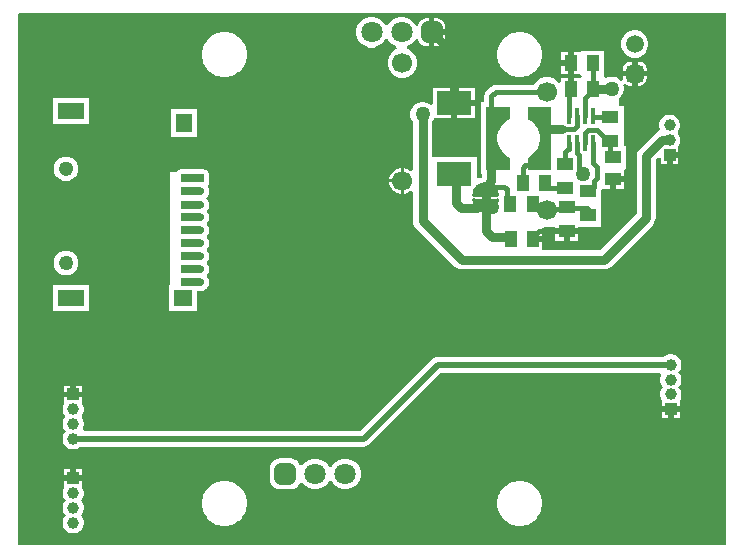
<source format=gbl>
G04*
G04 #@! TF.GenerationSoftware,Altium Limited,Altium Designer,24.6.1 (21)*
G04*
G04 Layer_Physical_Order=2*
G04 Layer_Color=16711680*
%FSLAX44Y44*%
%MOMM*%
G71*
G04*
G04 #@! TF.SameCoordinates,02D314D7-7A63-4881-827D-40A3AF57BF6D*
G04*
G04*
G04 #@! TF.FilePolarity,Positive*
G04*
G01*
G75*
%ADD11R,1.1000X1.4500*%
%ADD13R,3.0000X2.0000*%
%ADD18R,1.4500X1.1000*%
%ADD23C,0.5000*%
%ADD24C,0.8000*%
%ADD25C,0.4000*%
%ADD26C,1.7000*%
%ADD27C,1.8000*%
G04:AMPARAMS|DCode=28|XSize=1.8mm|YSize=1.8mm|CornerRadius=0.45mm|HoleSize=0mm|Usage=FLASHONLY|Rotation=0.000|XOffset=0mm|YOffset=0mm|HoleType=Round|Shape=RoundedRectangle|*
%AMROUNDEDRECTD28*
21,1,1.8000,0.9000,0,0,0.0*
21,1,0.9000,1.8000,0,0,0.0*
1,1,0.9000,0.4500,-0.4500*
1,1,0.9000,-0.4500,-0.4500*
1,1,0.9000,-0.4500,0.4500*
1,1,0.9000,0.4500,0.4500*
%
%ADD28ROUNDEDRECTD28*%
%ADD29C,1.5000*%
G04:AMPARAMS|DCode=30|XSize=1.5mm|YSize=1.5mm|CornerRadius=0.375mm|HoleSize=0mm|Usage=FLASHONLY|Rotation=270.000|XOffset=0mm|YOffset=0mm|HoleType=Round|Shape=RoundedRectangle|*
%AMROUNDEDRECTD30*
21,1,1.5000,0.7500,0,0,270.0*
21,1,0.7500,1.5000,0,0,270.0*
1,1,0.7500,-0.3750,-0.3750*
1,1,0.7500,-0.3750,0.3750*
1,1,0.7500,0.3750,0.3750*
1,1,0.7500,0.3750,-0.3750*
%
%ADD30ROUNDEDRECTD30*%
%ADD31C,1.0000*%
%ADD32R,1.0000X1.0000*%
%ADD33C,1.2700*%
%ADD34C,0.2540*%
%ADD35R,1.1000X1.3500*%
%ADD36R,1.3500X1.1000*%
%ADD37R,0.9000X5.3000*%
%ADD38R,0.3500X1.4500*%
%ADD39C,0.5000*%
%ADD40R,2.2000X1.4000*%
%ADD41R,1.4000X1.6000*%
%ADD42R,1.6000X1.4000*%
G36*
X600064Y63D02*
X95D01*
X95Y63D01*
X64Y448649D01*
X1478Y450064D01*
X600064D01*
Y63D01*
D02*
G37*
%LPC*%
G36*
X326712Y447000D02*
X323288D01*
X319982Y446114D01*
X317018Y444403D01*
X314597Y441982D01*
X313449Y439994D01*
X311151D01*
X310003Y441982D01*
X307582Y444403D01*
X304618Y446114D01*
X301311Y447000D01*
X297889D01*
X294582Y446114D01*
X291618Y444403D01*
X289197Y441982D01*
X287486Y439018D01*
X286600Y435712D01*
Y432289D01*
X287486Y428982D01*
X289197Y426018D01*
X291618Y423597D01*
X294582Y421886D01*
X297889Y421000D01*
X301311D01*
X304618Y421886D01*
X307582Y423597D01*
X310003Y426018D01*
X311151Y428007D01*
X313449D01*
X314597Y426018D01*
X317018Y423597D01*
X319982Y421886D01*
X320673Y421701D01*
X320833Y420067D01*
X320745Y419611D01*
X318020Y418037D01*
X315693Y415710D01*
X314047Y412860D01*
X313195Y409681D01*
Y406389D01*
X314047Y403210D01*
X315693Y400360D01*
X318020Y398033D01*
X320870Y396387D01*
X324049Y395535D01*
X327341D01*
X330520Y396387D01*
X333370Y398033D01*
X335697Y400360D01*
X337343Y403210D01*
X338195Y406389D01*
Y409681D01*
X337343Y412860D01*
X335697Y415710D01*
X333370Y418037D01*
X330520Y419683D01*
X330022Y419817D01*
X330018Y421878D01*
X330020Y421888D01*
X332982Y423597D01*
X335403Y426018D01*
X336899Y428610D01*
X338273Y428578D01*
X338952Y428342D01*
X339041Y427662D01*
X339751Y425950D01*
X340879Y424479D01*
X342350Y423351D01*
X344062Y422641D01*
X345900Y422399D01*
X347900D01*
Y434000D01*
Y445601D01*
X345900D01*
X344062Y445359D01*
X342350Y444649D01*
X340879Y443521D01*
X339751Y442050D01*
X339041Y440338D01*
X338952Y439658D01*
X338273Y439422D01*
X336899Y439390D01*
X335403Y441982D01*
X332982Y444403D01*
X330018Y446114D01*
X326712Y447000D01*
D02*
G37*
G36*
X354900Y445601D02*
X352900D01*
Y436500D01*
X362001D01*
Y438500D01*
X361759Y440338D01*
X361049Y442050D01*
X359921Y443521D01*
X358450Y444649D01*
X356738Y445359D01*
X354900Y445601D01*
D02*
G37*
G36*
X362001Y431500D02*
X352900D01*
Y422399D01*
X354900D01*
X356738Y422641D01*
X358450Y423351D01*
X359921Y424479D01*
X361049Y425950D01*
X361759Y427662D01*
X362001Y429500D01*
Y431500D01*
D02*
G37*
G36*
X524034Y435480D02*
X521006D01*
X518081Y434696D01*
X515459Y433182D01*
X513318Y431041D01*
X511804Y428419D01*
X511020Y425494D01*
Y422466D01*
X511804Y419541D01*
X513318Y416919D01*
X515459Y414778D01*
X518081Y413264D01*
X521006Y412480D01*
X524034D01*
X526959Y413264D01*
X529581Y414778D01*
X531722Y416919D01*
X533236Y419541D01*
X534020Y422466D01*
Y425494D01*
X533236Y428419D01*
X531722Y431041D01*
X529581Y433182D01*
X526959Y434696D01*
X524034Y435480D01*
D02*
G37*
G36*
X465782Y416960D02*
X460242D01*
Y410170D01*
X465782D01*
Y416960D01*
D02*
G37*
G36*
X526270Y409143D02*
X525020D01*
Y401480D01*
X532683D01*
Y402730D01*
X532195Y405184D01*
X530805Y407265D01*
X528724Y408655D01*
X526270Y409143D01*
D02*
G37*
G36*
X520020D02*
X518770D01*
X516316Y408655D01*
X514235Y407265D01*
X512845Y405184D01*
X512357Y402730D01*
Y401480D01*
X520020D01*
Y409143D01*
D02*
G37*
G36*
X465782Y405170D02*
X460242D01*
Y398380D01*
X465782D01*
Y405170D01*
D02*
G37*
G36*
X426541Y434142D02*
X423586D01*
X423192Y434063D01*
X422790D01*
X419893Y433487D01*
X419521Y433333D01*
X419127Y433255D01*
X416398Y432124D01*
X416064Y431901D01*
X415692Y431747D01*
X413236Y430106D01*
X412952Y429822D01*
X412618Y429599D01*
X410528Y427509D01*
X410305Y427175D01*
X410021Y426891D01*
X408380Y424435D01*
X408226Y424063D01*
X408003Y423729D01*
X406872Y421000D01*
X406794Y420606D01*
X406640Y420234D01*
X406063Y417337D01*
Y416935D01*
X405985Y416541D01*
Y413586D01*
X406063Y413192D01*
Y412790D01*
X406640Y409893D01*
X406794Y409521D01*
X406872Y409127D01*
X408003Y406398D01*
X408226Y406064D01*
X408380Y405692D01*
X410021Y403236D01*
X410305Y402952D01*
X410528Y402618D01*
X412618Y400528D01*
X412952Y400305D01*
X413236Y400021D01*
X415692Y398380D01*
X416064Y398226D01*
X416398Y398003D01*
X419127Y396872D01*
X419521Y396794D01*
X419893Y396640D01*
X422790Y396063D01*
X423192D01*
X423586Y395985D01*
X426541D01*
X426935Y396063D01*
X427337D01*
X430234Y396640D01*
X430606Y396794D01*
X430999Y396872D01*
X433729Y398003D01*
X434063Y398226D01*
X434434Y398380D01*
X436891Y400021D01*
X437175Y400305D01*
X437509Y400528D01*
X439599Y402618D01*
X439822Y402952D01*
X440106Y403236D01*
X441747Y405692D01*
X441901Y406064D01*
X442124Y406398D01*
X443255Y409127D01*
X443333Y409521D01*
X443487Y409893D01*
X444063Y412790D01*
Y413192D01*
X444142Y413586D01*
Y416541D01*
X444063Y416935D01*
Y417337D01*
X443487Y420234D01*
X443333Y420606D01*
X443255Y421000D01*
X442124Y423729D01*
X441901Y424063D01*
X441747Y424435D01*
X440106Y426891D01*
X439822Y427175D01*
X439599Y427509D01*
X437509Y429599D01*
X437175Y429822D01*
X436891Y430106D01*
X434434Y431747D01*
X434063Y431901D01*
X433729Y432124D01*
X430999Y433255D01*
X430606Y433333D01*
X430234Y433487D01*
X427337Y434063D01*
X426935D01*
X426541Y434142D01*
D02*
G37*
G36*
X176541D02*
X173586D01*
X173192Y434063D01*
X172790D01*
X169893Y433487D01*
X169521Y433333D01*
X169127Y433255D01*
X166398Y432124D01*
X166064Y431901D01*
X165693Y431747D01*
X163236Y430106D01*
X162952Y429822D01*
X162618Y429599D01*
X160528Y427509D01*
X160305Y427175D01*
X160021Y426891D01*
X158380Y424435D01*
X158226Y424063D01*
X158003Y423729D01*
X156872Y421000D01*
X156794Y420606D01*
X156640Y420234D01*
X156063Y417337D01*
Y416935D01*
X155985Y416541D01*
Y413586D01*
X156063Y413192D01*
Y412790D01*
X156640Y409893D01*
X156794Y409521D01*
X156872Y409127D01*
X158003Y406398D01*
X158226Y406064D01*
X158380Y405692D01*
X160021Y403236D01*
X160305Y402952D01*
X160528Y402618D01*
X162618Y400528D01*
X162952Y400305D01*
X163236Y400021D01*
X165693Y398380D01*
X166064Y398226D01*
X166398Y398003D01*
X169127Y396872D01*
X169521Y396794D01*
X169893Y396640D01*
X172791Y396063D01*
X173192D01*
X173586Y395985D01*
X176541D01*
X176935Y396063D01*
X177337D01*
X180235Y396640D01*
X180606Y396794D01*
X181000Y396872D01*
X183729Y398003D01*
X184063Y398226D01*
X184435Y398380D01*
X186891Y400021D01*
X187175Y400305D01*
X187509Y400528D01*
X189599Y402618D01*
X189822Y402952D01*
X190106Y403236D01*
X191747Y405692D01*
X191901Y406064D01*
X192124Y406398D01*
X193255Y409127D01*
X193333Y409521D01*
X193487Y409893D01*
X194063Y412790D01*
Y413192D01*
X194142Y413586D01*
Y416541D01*
X194063Y416935D01*
Y417337D01*
X193487Y420234D01*
X193333Y420606D01*
X193255Y421000D01*
X192124Y423729D01*
X191901Y424063D01*
X191747Y424435D01*
X190106Y426891D01*
X189822Y427175D01*
X189599Y427509D01*
X187509Y429599D01*
X187175Y429822D01*
X186891Y430106D01*
X184435Y431747D01*
X184063Y431901D01*
X183729Y432124D01*
X181000Y433255D01*
X180606Y433333D01*
X180235Y433487D01*
X177337Y434063D01*
X176935D01*
X176541Y434142D01*
D02*
G37*
G36*
X532683Y396480D02*
X525020D01*
Y388817D01*
X526270D01*
X528724Y389305D01*
X530805Y390695D01*
X532195Y392776D01*
X532683Y395230D01*
Y396480D01*
D02*
G37*
G36*
X477578Y418420D02*
X476274Y416960D01*
X475578Y416960D01*
X470782D01*
Y407670D01*
Y398380D01*
X475578D01*
X476274Y398380D01*
X477578Y396920D01*
Y396850D01*
X476274Y395370D01*
X470782D01*
Y386080D01*
X465782D01*
Y395370D01*
X460242D01*
Y391873D01*
X458567Y391302D01*
X458242Y391286D01*
X455985Y393543D01*
X453135Y395188D01*
X449956Y396040D01*
X446664D01*
X443485Y395188D01*
X440635Y393543D01*
X438307Y391215D01*
X437408Y389658D01*
X405130D01*
X402789Y389192D01*
X400804Y387866D01*
X396854Y383916D01*
X395528Y381931D01*
X395062Y379590D01*
Y374670D01*
X392680D01*
Y371064D01*
X392602Y370670D01*
Y317670D01*
X392680Y317276D01*
Y313670D01*
X393111D01*
Y311304D01*
X392556Y310750D01*
X390570Y310147D01*
X389741Y310368D01*
X388570Y311070D01*
Y328170D01*
X350969D01*
Y357922D01*
X351182Y358135D01*
X352545Y360495D01*
X352849Y361630D01*
X367070D01*
Y374170D01*
Y386710D01*
X352030D01*
Y372826D01*
X350030Y371997D01*
X349255Y372772D01*
X346895Y374135D01*
X344263Y374840D01*
X341537D01*
X338905Y374135D01*
X336545Y372772D01*
X334618Y370845D01*
X333255Y368485D01*
X332550Y365853D01*
Y363127D01*
X333255Y360495D01*
X334618Y358135D01*
X334831Y357922D01*
Y317340D01*
X332831Y316512D01*
X332474Y316869D01*
X329956Y318323D01*
X327148Y319075D01*
X326965D01*
Y308035D01*
Y296995D01*
X327148D01*
X329956Y297747D01*
X332474Y299201D01*
X332831Y299558D01*
X334831Y298730D01*
Y274320D01*
X335106Y272232D01*
X335912Y270285D01*
X337194Y268614D01*
X370214Y235594D01*
X371885Y234312D01*
X373832Y233506D01*
X375920Y233231D01*
X496570D01*
X498658Y233506D01*
X500605Y234312D01*
X502276Y235594D01*
X537836Y271154D01*
X539118Y272826D01*
X539924Y274772D01*
X540199Y276860D01*
Y325613D01*
X542572Y327986D01*
X544420Y327221D01*
Y322760D01*
X549460D01*
Y330300D01*
X551960D01*
Y332800D01*
X559500D01*
Y337840D01*
X559500D01*
X559500Y337840D01*
X559677Y338166D01*
X560347Y339326D01*
X560386Y339473D01*
X560960Y341615D01*
Y343985D01*
X560347Y346274D01*
X559162Y348326D01*
X558438Y349050D01*
X559162Y349774D01*
X560347Y351826D01*
X560960Y354115D01*
Y356485D01*
X560347Y358774D01*
X559162Y360826D01*
X557486Y362502D01*
X555434Y363687D01*
X553145Y364300D01*
X550775D01*
X548486Y363687D01*
X546434Y362502D01*
X544758Y360826D01*
X543573Y358774D01*
X542960Y356485D01*
Y354115D01*
X543467Y352224D01*
X543477Y351651D01*
X542449Y349774D01*
X541558Y349405D01*
X539886Y348123D01*
X526424Y334661D01*
X525142Y332990D01*
X524336Y331044D01*
X524061Y328955D01*
Y280202D01*
X493228Y249369D01*
X445984D01*
X444158Y249790D01*
Y256580D01*
X436118D01*
Y261580D01*
X444158D01*
Y268190D01*
X447040Y269240D01*
X455030D01*
Y268090D01*
X474610D01*
Y269240D01*
X492190D01*
X493850Y269240D01*
X493850Y270060D01*
X493850Y270060D01*
X493850Y271240D01*
Y288060D01*
X493850Y289060D01*
X493850D01*
Y290060D01*
X493850D01*
Y299767D01*
X494900Y301332D01*
X501690D01*
Y309372D01*
X504190D01*
Y311872D01*
X513480D01*
Y317364D01*
X514940Y318668D01*
X514940Y318668D01*
X514940Y318668D01*
Y337668D01*
X513060D01*
Y351290D01*
X513060D01*
Y352290D01*
X513060D01*
Y371290D01*
X509270D01*
Y377795D01*
X509275Y377798D01*
X511202Y379725D01*
X512565Y382085D01*
X513270Y384717D01*
Y387443D01*
X512723Y389483D01*
X513438Y390056D01*
X514520Y390505D01*
X516316Y389305D01*
X518770Y388817D01*
X520020D01*
Y396480D01*
X512357D01*
Y395230D01*
X512645Y393779D01*
X510792Y392845D01*
X509275Y394362D01*
X506915Y395725D01*
X504283Y396430D01*
X501557D01*
X498925Y395725D01*
X498310Y395370D01*
X498038Y395527D01*
X496578Y396830D01*
Y396920D01*
X496578D01*
Y418420D01*
X477578Y418420D01*
D02*
G37*
G36*
X387110Y386710D02*
X372070D01*
Y376670D01*
X387110D01*
Y386710D01*
D02*
G37*
G36*
Y371670D02*
X372070D01*
Y361630D01*
X387110D01*
Y371670D01*
D02*
G37*
G36*
X60015Y377870D02*
X30015D01*
Y355870D01*
X60015D01*
Y377870D01*
D02*
G37*
G36*
X152015Y368870D02*
X130015D01*
Y344870D01*
X152015D01*
Y368870D01*
D02*
G37*
G36*
X559500Y327800D02*
X554460D01*
Y322760D01*
X559500D01*
Y327800D01*
D02*
G37*
G36*
X157314Y317948D02*
X157314Y317948D01*
X157314Y317948D01*
X138015D01*
X136454Y317638D01*
X135131Y316754D01*
X134501Y315810D01*
X129015D01*
Y219870D01*
X128015D01*
Y197870D01*
X152015D01*
Y214792D01*
X154860D01*
X155254Y214870D01*
X155655Y214870D01*
X156332Y215005D01*
X156703Y215158D01*
X157097Y215236D01*
X157734Y215500D01*
X158068Y215723D01*
X158439Y215877D01*
X159012Y216260D01*
X159296Y216544D01*
X159630Y216768D01*
X160117Y217255D01*
X160341Y217589D01*
X160625Y217873D01*
X161008Y218446D01*
X161161Y218817D01*
X161385Y219151D01*
X161649Y219788D01*
X161727Y220182D01*
X161880Y220553D01*
X162015Y221229D01*
X162015Y221631D01*
X162093Y222025D01*
Y222715D01*
X162015Y223109D01*
X162015Y223510D01*
X161880Y224186D01*
X161727Y224558D01*
X161649Y224951D01*
X161385Y225588D01*
X161161Y225922D01*
X161008Y226294D01*
X160625Y226867D01*
X160341Y227151D01*
X160117Y227485D01*
X159733Y227870D01*
X160117Y228255D01*
X160341Y228589D01*
X160625Y228873D01*
X161008Y229446D01*
X161161Y229817D01*
X161385Y230151D01*
X161649Y230788D01*
X161727Y231182D01*
X161880Y231553D01*
X162015Y232229D01*
X162015Y232631D01*
X162093Y233025D01*
Y233715D01*
X162015Y234109D01*
X162015Y234510D01*
X161880Y235187D01*
X161727Y235558D01*
X161649Y235951D01*
X161385Y236588D01*
X161161Y236922D01*
X161008Y237294D01*
X160625Y237867D01*
X160341Y238151D01*
X160117Y238485D01*
X159733Y238870D01*
X160117Y239255D01*
X160341Y239589D01*
X160625Y239873D01*
X161008Y240446D01*
X161161Y240817D01*
X161385Y241151D01*
X161649Y241788D01*
X161727Y242182D01*
X161880Y242553D01*
X162015Y243229D01*
X162015Y243631D01*
X162093Y244025D01*
Y244715D01*
X162015Y245109D01*
X162015Y245510D01*
X161880Y246187D01*
X161727Y246558D01*
X161649Y246951D01*
X161385Y247588D01*
X161161Y247922D01*
X161008Y248293D01*
X160625Y248867D01*
X160341Y249151D01*
X160117Y249485D01*
X159733Y249870D01*
X160117Y250255D01*
X160341Y250589D01*
X160625Y250873D01*
X161008Y251446D01*
X161161Y251817D01*
X161385Y252151D01*
X161649Y252788D01*
X161727Y253182D01*
X161880Y253553D01*
X162015Y254229D01*
X162015Y254631D01*
X162093Y255025D01*
Y255715D01*
X162015Y256109D01*
X162015Y256510D01*
X161880Y257187D01*
X161727Y257558D01*
X161649Y257951D01*
X161385Y258588D01*
X161161Y258922D01*
X161008Y259293D01*
X160625Y259867D01*
X160341Y260151D01*
X160117Y260485D01*
X159733Y260870D01*
X160117Y261255D01*
X160341Y261589D01*
X160625Y261873D01*
X161008Y262446D01*
X161161Y262817D01*
X161385Y263151D01*
X161649Y263788D01*
X161727Y264182D01*
X161880Y264553D01*
X162015Y265229D01*
X162015Y265631D01*
X162093Y266025D01*
Y266714D01*
X162015Y267108D01*
X162015Y267510D01*
X161880Y268186D01*
X161727Y268557D01*
X161649Y268951D01*
X161385Y269588D01*
X161161Y269922D01*
X161008Y270294D01*
X160625Y270867D01*
X160341Y271151D01*
X160117Y271485D01*
X159733Y271870D01*
X160117Y272255D01*
X160341Y272589D01*
X160625Y272873D01*
X161008Y273446D01*
X161161Y273817D01*
X161385Y274151D01*
X161649Y274788D01*
X161727Y275182D01*
X161880Y275553D01*
X162015Y276229D01*
X162015Y276631D01*
X162093Y277025D01*
Y277715D01*
X162015Y278109D01*
X162015Y278510D01*
X161880Y279186D01*
X161727Y279557D01*
X161649Y279951D01*
X161385Y280588D01*
X161161Y280922D01*
X161008Y281294D01*
X160625Y281867D01*
X160341Y282151D01*
X160117Y282485D01*
X159982Y282620D01*
X160117Y282755D01*
X160341Y283089D01*
X160625Y283373D01*
X161008Y283946D01*
X161161Y284317D01*
X161385Y284651D01*
X161649Y285288D01*
X161727Y285682D01*
X161880Y286053D01*
X162015Y286730D01*
X162015Y287131D01*
X162093Y287525D01*
Y288215D01*
X162015Y288609D01*
X162015Y289010D01*
X161880Y289687D01*
X161727Y290058D01*
X161649Y290452D01*
X161385Y291089D01*
X161161Y291423D01*
X161008Y291794D01*
X160625Y292367D01*
X159735Y293620D01*
X160625Y294873D01*
X161008Y295446D01*
X161161Y295818D01*
X161385Y296152D01*
X161649Y296788D01*
X161727Y297182D01*
X161880Y297553D01*
X162015Y298230D01*
X162015Y298631D01*
X162093Y299025D01*
Y299715D01*
X162015Y300109D01*
X162015Y300510D01*
X161880Y301187D01*
X161727Y301558D01*
X161649Y301952D01*
X161385Y302589D01*
X161375Y302603D01*
X160766Y304365D01*
X160766Y304366D01*
X161094Y304857D01*
X161650Y305688D01*
X161783Y306010D01*
X161783Y306010D01*
X161958Y306891D01*
X162093Y307571D01*
X162093Y307571D01*
X162093Y307571D01*
Y313169D01*
X162093Y313169D01*
X162093Y313169D01*
X161958Y313848D01*
X161783Y314730D01*
X161783Y314730D01*
X161650Y315051D01*
X161205Y315717D01*
X160766Y316374D01*
X160520Y316620D01*
X160520Y316621D01*
X160520Y316621D01*
X160028Y316949D01*
X159197Y317505D01*
X158875Y317638D01*
X158875Y317638D01*
X157994Y317813D01*
X157314Y317948D01*
D02*
G37*
G36*
X324425Y319075D02*
X324241D01*
X321434Y318323D01*
X318916Y316869D01*
X316861Y314814D01*
X315407Y312296D01*
X314655Y309489D01*
Y309305D01*
X324425D01*
Y319075D01*
D02*
G37*
G36*
X41015Y328729D02*
X38334Y328376D01*
X35836Y327341D01*
X33690Y325695D01*
X32044Y323549D01*
X31009Y321051D01*
X30656Y318370D01*
X31009Y315689D01*
X32044Y313191D01*
X33690Y311045D01*
X35836Y309399D01*
X38334Y308364D01*
X41015Y308011D01*
X43696Y308364D01*
X46194Y309399D01*
X48340Y311045D01*
X49986Y313191D01*
X51021Y315689D01*
X51374Y318370D01*
X51021Y321051D01*
X49986Y323549D01*
X48340Y325695D01*
X46194Y327341D01*
X43696Y328376D01*
X41015Y328729D01*
D02*
G37*
G36*
X513480Y306872D02*
X506690D01*
Y301332D01*
X513480D01*
Y306872D01*
D02*
G37*
G36*
X324425Y306765D02*
X314655D01*
Y306582D01*
X315407Y303774D01*
X316861Y301256D01*
X318916Y299201D01*
X321434Y297747D01*
X324241Y296995D01*
X324425D01*
Y306765D01*
D02*
G37*
G36*
X474610Y263090D02*
X467320D01*
Y257550D01*
X474610D01*
Y263090D01*
D02*
G37*
G36*
X462320D02*
X455030D01*
Y257550D01*
X462320D01*
Y263090D01*
D02*
G37*
G36*
X41015Y248929D02*
X38334Y248576D01*
X35836Y247541D01*
X33690Y245895D01*
X32044Y243749D01*
X31009Y241251D01*
X30656Y238570D01*
X31009Y235889D01*
X32044Y233391D01*
X33690Y231245D01*
X35836Y229599D01*
X38334Y228564D01*
X41015Y228211D01*
X43696Y228564D01*
X46194Y229599D01*
X48340Y231245D01*
X49986Y233391D01*
X51021Y235889D01*
X51374Y238570D01*
X51021Y241251D01*
X49986Y243749D01*
X48340Y245895D01*
X46194Y247541D01*
X43696Y248576D01*
X41015Y248929D01*
D02*
G37*
G36*
X60015Y219870D02*
X30015D01*
Y197870D01*
X60015D01*
Y219870D01*
D02*
G37*
G36*
X54540Y134790D02*
X49500D01*
Y129750D01*
X54540D01*
Y134790D01*
D02*
G37*
G36*
X44500D02*
X39460D01*
Y129750D01*
X44500D01*
Y134790D01*
D02*
G37*
G36*
X554185Y161250D02*
X551815D01*
X549526Y160637D01*
X547474Y159452D01*
X546978Y158956D01*
X355600D01*
X353903Y158733D01*
X352322Y158078D01*
X350964Y157036D01*
X290234Y96306D01*
X56270D01*
X55115Y98306D01*
X55387Y98776D01*
X56000Y101065D01*
Y103435D01*
X55387Y105724D01*
X54202Y107776D01*
X53478Y108500D01*
X54202Y109224D01*
X55387Y111276D01*
X56000Y113565D01*
Y115935D01*
X55426Y118077D01*
X55387Y118224D01*
X54717Y119384D01*
X54540Y119710D01*
X54540Y119710D01*
X54540D01*
Y124750D01*
X47000D01*
X39460D01*
Y119710D01*
X39460D01*
X39460Y119710D01*
X39283Y119384D01*
X38613Y118224D01*
X38574Y118077D01*
X38000Y115935D01*
Y113565D01*
X38613Y111276D01*
X39798Y109224D01*
X40522Y108500D01*
X39798Y107776D01*
X38613Y105724D01*
X38000Y103435D01*
Y101065D01*
X38613Y98776D01*
X39798Y96724D01*
X40522Y96000D01*
X39798Y95276D01*
X38613Y93224D01*
X38000Y90935D01*
Y88565D01*
X38613Y86276D01*
X39798Y84224D01*
X41474Y82548D01*
X43526Y81363D01*
X45815Y80750D01*
X48185D01*
X50474Y81363D01*
X52526Y82548D01*
X53172Y83194D01*
X292950D01*
X294647Y83417D01*
X296228Y84072D01*
X297586Y85114D01*
X358316Y145844D01*
X543817D01*
X544971Y143844D01*
X544613Y143224D01*
X544000Y140935D01*
Y138565D01*
X544613Y136276D01*
X545798Y134224D01*
X546522Y133500D01*
X545798Y132776D01*
X544613Y130724D01*
X544000Y128435D01*
Y126065D01*
X544574Y123923D01*
X544613Y123776D01*
X545283Y122616D01*
X545460Y122290D01*
X545460Y122290D01*
X545460D01*
Y117250D01*
X553000D01*
X560540D01*
Y122290D01*
X560540D01*
X560540Y122290D01*
X560717Y122616D01*
X561387Y123776D01*
X561426Y123923D01*
X562000Y126065D01*
Y128435D01*
X561387Y130724D01*
X560202Y132776D01*
X559478Y133500D01*
X560202Y134224D01*
X561387Y136276D01*
X562000Y138565D01*
Y140935D01*
X561387Y143224D01*
X560202Y145276D01*
X559478Y146000D01*
X560202Y146724D01*
X561387Y148776D01*
X562000Y151065D01*
Y153435D01*
X561387Y155724D01*
X560202Y157776D01*
X558526Y159452D01*
X556474Y160637D01*
X554185Y161250D01*
D02*
G37*
G36*
X560540Y112250D02*
X555500D01*
Y107210D01*
X560540D01*
Y112250D01*
D02*
G37*
G36*
X550500D02*
X545460D01*
Y107210D01*
X550500D01*
Y112250D01*
D02*
G37*
G36*
X54540Y63790D02*
X49500D01*
Y58750D01*
X54540D01*
Y63790D01*
D02*
G37*
G36*
X44500D02*
X39460D01*
Y58750D01*
X44500D01*
Y63790D01*
D02*
G37*
G36*
X231100Y73073D02*
X222100D01*
X219881Y72781D01*
X217813Y71925D01*
X216038Y70562D01*
X214675Y68787D01*
X213819Y66719D01*
X213527Y64500D01*
Y55500D01*
X213819Y53281D01*
X214675Y51213D01*
X216038Y49438D01*
X217813Y48075D01*
X219881Y47219D01*
X222100Y46927D01*
X231100D01*
X233319Y47219D01*
X235387Y48075D01*
X237162Y49438D01*
X238525Y51213D01*
X239038Y52452D01*
X241229Y52656D01*
X241597Y52018D01*
X244018Y49597D01*
X246982Y47886D01*
X250289Y47000D01*
X253711D01*
X257018Y47886D01*
X259982Y49597D01*
X262403Y52018D01*
X263551Y54007D01*
X265849D01*
X266997Y52018D01*
X269418Y49597D01*
X272382Y47886D01*
X275688Y47000D01*
X279111D01*
X282418Y47886D01*
X285382Y49597D01*
X287803Y52018D01*
X289514Y54982D01*
X290400Y58288D01*
Y61712D01*
X289514Y65018D01*
X287803Y67982D01*
X285382Y70403D01*
X282418Y72114D01*
X279111Y73000D01*
X275688D01*
X272382Y72114D01*
X269418Y70403D01*
X266997Y67982D01*
X265849Y65993D01*
X263551D01*
X262403Y67982D01*
X259982Y70403D01*
X257018Y72114D01*
X253711Y73000D01*
X250289D01*
X246982Y72114D01*
X244018Y70403D01*
X241597Y67982D01*
X241229Y67344D01*
X239038Y67548D01*
X238525Y68787D01*
X237162Y70562D01*
X235387Y71925D01*
X233319Y72781D01*
X231100Y73073D01*
D02*
G37*
G36*
X426541Y54142D02*
X423586D01*
X423192Y54064D01*
X422790D01*
X419893Y53487D01*
X419521Y53333D01*
X419127Y53255D01*
X416398Y52124D01*
X416064Y51901D01*
X415692Y51747D01*
X413236Y50106D01*
X412952Y49822D01*
X412618Y49599D01*
X410528Y47509D01*
X410305Y47175D01*
X410021Y46891D01*
X408380Y44434D01*
X408226Y44063D01*
X408003Y43729D01*
X406872Y41000D01*
X406794Y40606D01*
X406640Y40234D01*
X406063Y37336D01*
Y36935D01*
X405985Y36541D01*
Y33586D01*
X406063Y33192D01*
Y32791D01*
X406640Y29892D01*
X406794Y29521D01*
X406872Y29127D01*
X408003Y26398D01*
X408226Y26064D01*
X408380Y25693D01*
X410021Y23236D01*
X410305Y22952D01*
X410528Y22618D01*
X412618Y20528D01*
X412952Y20305D01*
X413236Y20021D01*
X415692Y18380D01*
X416064Y18226D01*
X416398Y18003D01*
X419127Y16872D01*
X419521Y16794D01*
X419893Y16640D01*
X422790Y16063D01*
X423192D01*
X423586Y15985D01*
X426541D01*
X426935Y16063D01*
X427337D01*
X430234Y16640D01*
X430606Y16794D01*
X430999Y16872D01*
X433729Y18003D01*
X434063Y18226D01*
X434434Y18380D01*
X436891Y20021D01*
X437175Y20305D01*
X437509Y20528D01*
X439599Y22618D01*
X439822Y22952D01*
X440106Y23236D01*
X441747Y25693D01*
X441901Y26064D01*
X442124Y26398D01*
X443255Y29127D01*
X443333Y29521D01*
X443487Y29892D01*
X444063Y32791D01*
Y33192D01*
X444142Y33586D01*
Y36541D01*
X444063Y36935D01*
Y37337D01*
X443487Y40234D01*
X443333Y40606D01*
X443255Y41000D01*
X442124Y43729D01*
X441901Y44063D01*
X441747Y44434D01*
X440106Y46891D01*
X439822Y47175D01*
X439599Y47509D01*
X437509Y49599D01*
X437175Y49822D01*
X436891Y50106D01*
X434434Y51747D01*
X434063Y51901D01*
X433729Y52124D01*
X430999Y53255D01*
X430606Y53333D01*
X430234Y53487D01*
X427337Y54064D01*
X426935D01*
X426541Y54142D01*
D02*
G37*
G36*
X176541D02*
X173586D01*
X173192Y54064D01*
X172790D01*
X169893Y53487D01*
X169521Y53333D01*
X169127Y53255D01*
X166398Y52124D01*
X166064Y51901D01*
X165693Y51747D01*
X163236Y50106D01*
X162952Y49822D01*
X162618Y49599D01*
X160528Y47509D01*
X160305Y47175D01*
X160021Y46891D01*
X158380Y44434D01*
X158226Y44063D01*
X158003Y43729D01*
X156872Y41000D01*
X156794Y40606D01*
X156640Y40234D01*
X156063Y37336D01*
Y36935D01*
X155985Y36541D01*
Y33586D01*
X156063Y33192D01*
Y32791D01*
X156640Y29892D01*
X156794Y29521D01*
X156872Y29127D01*
X158003Y26398D01*
X158226Y26064D01*
X158380Y25693D01*
X160021Y23236D01*
X160305Y22952D01*
X160528Y22618D01*
X162618Y20528D01*
X162952Y20305D01*
X163236Y20021D01*
X165693Y18380D01*
X166064Y18226D01*
X166398Y18003D01*
X169127Y16872D01*
X169521Y16794D01*
X169893Y16640D01*
X172791Y16063D01*
X173192D01*
X173586Y15985D01*
X176541D01*
X176935Y16063D01*
X177337D01*
X180235Y16640D01*
X180606Y16794D01*
X181000Y16872D01*
X183729Y18003D01*
X184063Y18226D01*
X184435Y18380D01*
X186891Y20021D01*
X187175Y20305D01*
X187509Y20528D01*
X189599Y22618D01*
X189822Y22952D01*
X190106Y23236D01*
X191747Y25693D01*
X191901Y26064D01*
X192124Y26398D01*
X193255Y29127D01*
X193333Y29521D01*
X193487Y29892D01*
X194063Y32791D01*
Y33192D01*
X194142Y33586D01*
Y36541D01*
X194063Y36935D01*
Y37337D01*
X193487Y40234D01*
X193333Y40606D01*
X193255Y41000D01*
X192124Y43729D01*
X191901Y44063D01*
X191747Y44434D01*
X190106Y46891D01*
X189822Y47175D01*
X189599Y47509D01*
X187509Y49599D01*
X187175Y49822D01*
X186891Y50106D01*
X184435Y51747D01*
X184063Y51901D01*
X183729Y52124D01*
X181000Y53255D01*
X180606Y53333D01*
X180235Y53487D01*
X177337Y54064D01*
X176935D01*
X176541Y54142D01*
D02*
G37*
G36*
X54540Y53750D02*
X47000D01*
X39460D01*
Y48710D01*
X39460D01*
X39460Y48710D01*
X39283Y48384D01*
X38613Y47224D01*
X38574Y47077D01*
X38000Y44935D01*
Y42565D01*
X38613Y40276D01*
X39798Y38224D01*
X40522Y37500D01*
X39798Y36776D01*
X38613Y34724D01*
X38000Y32435D01*
Y30065D01*
X38613Y27776D01*
X39798Y25724D01*
X40522Y25000D01*
X39798Y24276D01*
X38613Y22224D01*
X38000Y19935D01*
Y17565D01*
X38613Y15276D01*
X39798Y13224D01*
X41474Y11548D01*
X43526Y10363D01*
X45815Y9750D01*
X48185D01*
X50474Y10363D01*
X52526Y11548D01*
X54202Y13224D01*
X55387Y15276D01*
X56000Y17565D01*
Y19935D01*
X55387Y22224D01*
X54202Y24276D01*
X53478Y25000D01*
X54202Y25724D01*
X55387Y27776D01*
X56000Y30065D01*
Y32435D01*
X55387Y34724D01*
X54202Y36776D01*
X53478Y37500D01*
X54202Y38224D01*
X55387Y40276D01*
X56000Y42565D01*
Y44935D01*
X55426Y47077D01*
X55387Y47224D01*
X54717Y48384D01*
X54540Y48710D01*
X54540Y48710D01*
X54540D01*
Y53750D01*
D02*
G37*
%LPD*%
G36*
X451680Y317670D02*
X431680D01*
X431680Y327806D01*
X433200Y328592D01*
X435982Y330578D01*
X438339Y333054D01*
X440185Y335931D01*
X441454Y339105D01*
X442099Y342462D01*
X442099Y345880D01*
X441453Y349237D01*
X440183Y352410D01*
X438337Y355287D01*
X435980Y357763D01*
X433197Y359748D01*
X431677Y360534D01*
X431677Y360534D01*
Y370667D01*
X451680Y370670D01*
Y317670D01*
D02*
G37*
G36*
X416680Y360534D02*
X415160Y359748D01*
X412378Y357762D01*
X410021Y355286D01*
X408175Y352409D01*
X406906Y349235D01*
X406260Y345878D01*
X406261Y342460D01*
X406907Y339103D01*
X408177Y335929D01*
X410023Y333053D01*
X412380Y330577D01*
X415163Y328591D01*
X416683Y327806D01*
X416683D01*
Y317673D01*
X396680Y317670D01*
Y370670D01*
X416680D01*
X416680Y360534D01*
D02*
G37*
G36*
X400100Y305229D02*
X402380Y303912D01*
X404242Y302050D01*
X405559Y299770D01*
X406240Y297227D01*
Y295910D01*
X386240D01*
Y297227D01*
X386922Y299770D01*
X388238Y302050D01*
X390100Y303912D01*
X392380Y305229D01*
X394924Y305910D01*
X397556D01*
X400100Y305229D01*
D02*
G37*
G36*
X406240Y290784D02*
X405559Y288240D01*
X404242Y285960D01*
X402380Y284098D01*
X400100Y282782D01*
X397556Y282100D01*
X394924D01*
X392380Y282782D01*
X390100Y284098D01*
X388238Y285960D01*
X386922Y288240D01*
X386240Y290784D01*
Y292100D01*
X406240D01*
Y290784D01*
D02*
G37*
G36*
G01X138015Y313870D02*
G01Y306870D01*
G01X157140D01*
G03X158015Y307745I0J875D01*
G01Y312995D01*
G03X157140Y313870I-875J0D01*
G01X138015D01*
D02*
G37*
G36*
G01Y302870D02*
G01Y295870D01*
G01X154515D01*
G03X158015Y299370I0J3500D01*
G03X154515Y302870I-3500J0D01*
G01X138015D01*
D02*
G37*
G36*
G01Y291370D02*
G01Y284370D01*
G01X154515D01*
G03X158015Y287870I0J3500D01*
G03X154515Y291370I-3500J0D01*
G01X138015D01*
D02*
G37*
G36*
G01Y280870D02*
G01Y273870D01*
G01X154515D01*
G03X158015Y277370I0J3500D01*
G03X154515Y280870I-3500J0D01*
G01X138015D01*
D02*
G37*
G36*
G01Y269870D02*
G01Y262870D01*
G01X154515D01*
G03X158015Y266370I0J3500D01*
G03X154515Y269870I-3500J0D01*
G01X138015D01*
D02*
G37*
G36*
G01Y258870D02*
G01Y251870D01*
G01X154515D01*
G03X158015Y255370I0J3500D01*
G03X154515Y258870I-3500J0D01*
G01X138015D01*
D02*
G37*
G36*
G01Y247870D02*
G01Y240870D01*
G01X154515D01*
G03X158015Y244370I0J3500D01*
G03X154515Y247870I-3500J0D01*
G01X138015D01*
D02*
G37*
G36*
G01Y236870D02*
G01Y229870D01*
G01X154515D01*
G03X158015Y233370I0J3500D01*
G03X154515Y236870I-3500J0D01*
G01X138015D01*
D02*
G37*
G36*
G01Y225870D02*
G01Y218870D01*
G01X154515D01*
G03X158015Y222370I0J3500D01*
G03X154515Y225870I-3500J0D01*
G01X138015D01*
D02*
G37*
D11*
X416720Y288290D02*
D03*
X436720D02*
D03*
D13*
X369570Y374170D02*
D03*
Y314170D02*
D03*
D18*
X463550Y322420D02*
D03*
Y302420D02*
D03*
X501810Y341790D02*
D03*
Y361790D02*
D03*
X482600Y299560D02*
D03*
Y279560D02*
D03*
X464820Y265590D02*
D03*
Y285590D02*
D03*
D23*
X355600Y152400D02*
X552850D01*
X553000Y152250D01*
X47000Y89750D02*
X292950D01*
X355600Y152400D01*
D24*
X447180Y344170D02*
Y351220D01*
X447680Y351720D02*
X461225D01*
X447180Y351220D02*
X447680Y351720D01*
X461225D02*
X461225Y351720D01*
X342900Y274320D02*
Y364490D01*
Y274320D02*
X375920Y241300D01*
X496570D01*
X370840Y289674D02*
Y312900D01*
X375526Y284988D02*
X389210D01*
X370840Y289674D02*
X375526Y284988D01*
X369570Y314170D02*
X370840Y312900D01*
X496570Y241300D02*
X532130Y276860D01*
Y328955D01*
X545592Y342417D01*
X551577D02*
X551960Y342800D01*
X545592Y342417D02*
X551577D01*
X350400Y434000D02*
X369570Y414830D01*
Y374170D02*
Y414830D01*
X487078Y386080D02*
X502920D01*
X396240Y282100D02*
Y284988D01*
Y265430D02*
Y282100D01*
X401320Y260350D02*
X416052D01*
X417322Y259080D01*
X396240Y265430D02*
X401320Y260350D01*
X396240Y303022D02*
X401180Y307962D01*
Y344170D01*
X396240Y293116D02*
Y294132D01*
D25*
X461225Y351790D02*
X469900D01*
X405130Y383540D02*
X448310D01*
X401180Y344170D02*
Y379590D01*
X405130Y383540D01*
X396240Y303022D02*
X411988D01*
X414020Y300990D01*
Y290990D02*
Y300990D01*
Y290990D02*
X416720Y288290D01*
X427482Y318820D02*
X429825Y321163D01*
X447180Y323663D02*
Y344170D01*
X427482Y306070D02*
Y318820D01*
X429825Y321163D02*
X444680D01*
X447180Y323663D01*
X446278Y305920D02*
Y306070D01*
X449778Y302420D02*
X463550D01*
X446278Y305920D02*
X449778Y302420D01*
X463550Y332627D02*
X465893Y334970D01*
X466960D01*
X463550Y322420D02*
Y332627D01*
X466960Y334970D02*
X467210Y335220D01*
Y340220D01*
X473710Y331470D02*
Y340220D01*
Y331470D02*
X475145Y330034D01*
X486710Y323401D02*
X490220Y319891D01*
X487850Y308113D02*
X490220Y310483D01*
Y319891D01*
X482600Y299560D02*
X484350D01*
X487850Y303060D01*
Y308113D01*
X486710Y323401D02*
Y340220D01*
X478790Y313690D02*
Y316044D01*
X475145Y319689D02*
X478790Y316044D01*
X475145Y319689D02*
Y330034D01*
X436118Y259080D02*
Y260330D01*
X441378Y265590D02*
X464820D01*
X436118Y260330D02*
X441378Y265590D01*
X436720Y287040D02*
X440220Y283540D01*
X448310D01*
X436720Y287040D02*
Y288290D01*
X448310Y283540D02*
X449335Y284565D01*
X463795D02*
X464820Y285590D01*
X449335Y284565D02*
X463795D01*
X465295Y285115D02*
X482125D01*
X464820Y285590D02*
X465295Y285115D01*
X482125D02*
X482600Y284640D01*
X468282Y386080D02*
Y407670D01*
X501810Y327058D02*
Y341790D01*
X501650Y326898D02*
X501810Y327058D01*
X480210Y348377D02*
X483303Y351470D01*
X490380D01*
X480210Y340220D02*
Y348377D01*
X500060Y341790D02*
X501810D01*
X490380Y351470D02*
X500060Y341790D01*
X473710Y354679D02*
Y363220D01*
X471001Y351970D02*
X473710Y354679D01*
X470080Y351970D02*
X471001D01*
X486710Y362040D02*
Y363220D01*
X486960Y361790D02*
X501810D01*
X486710Y362040D02*
X486960Y361790D01*
X487078Y386080D02*
Y407670D01*
Y384830D02*
Y386080D01*
X480210Y377962D02*
X487078Y384830D01*
X480210Y363220D02*
Y377962D01*
X467210Y385008D02*
X468282Y386080D01*
X467210Y363220D02*
Y385008D01*
X469900Y351790D02*
X470080Y351970D01*
D26*
X325695Y408035D02*
D03*
Y308035D02*
D03*
X448310Y383540D02*
D03*
Y283540D02*
D03*
D27*
X277400Y60000D02*
D03*
X252000D02*
D03*
X299600Y434000D02*
D03*
X325000D02*
D03*
D28*
X226600Y60000D02*
D03*
X350400Y434000D02*
D03*
D29*
X522520Y423980D02*
D03*
D30*
Y398980D02*
D03*
D31*
X41015Y318370D02*
D03*
Y238570D02*
D03*
X553000Y152250D02*
D03*
Y139750D02*
D03*
Y127250D02*
D03*
X47000Y89750D02*
D03*
Y102250D02*
D03*
Y114750D02*
D03*
Y18750D02*
D03*
Y31250D02*
D03*
Y43750D02*
D03*
X551960Y342800D02*
D03*
Y355300D02*
D03*
D32*
X553000Y114750D02*
D03*
X47000Y127250D02*
D03*
Y56250D02*
D03*
X551960Y330300D02*
D03*
D33*
X342900Y364490D02*
D03*
X502920Y386080D02*
D03*
X401320Y285750D02*
D03*
X478790Y313690D02*
D03*
D34*
X396240Y282100D02*
G03*
X406240Y292100I0J10000D01*
G01*
X389210Y284988D02*
G03*
X396240Y282100I7030J7112D01*
G01*
X406240Y295910D02*
G03*
X386240Y295910I-10000J0D01*
G01*
Y292100D02*
G03*
X389210Y284988I10000J0D01*
G01*
X46015Y318370D02*
G03*
X46015Y318370I-5000J0D01*
G01*
Y238570D02*
G03*
X46015Y238570I-5000J0D01*
G01*
X386240Y295910D02*
X406240D01*
X401320Y292100D02*
X406240D01*
X386240D02*
X401320D01*
D35*
X446278Y306070D02*
D03*
X427482D02*
D03*
X487078Y386080D02*
D03*
X468282D02*
D03*
X487078Y407670D02*
D03*
X468282D02*
D03*
X436118Y259080D02*
D03*
X417322D02*
D03*
D36*
X504190Y309372D02*
D03*
Y328168D02*
D03*
D37*
X447180Y344170D02*
D03*
X401180D02*
D03*
D38*
X480210Y340220D02*
D03*
X473710D02*
D03*
X486710D02*
D03*
X467210D02*
D03*
Y363220D02*
D03*
X480210D02*
D03*
X486710D02*
D03*
X473710D02*
D03*
D39*
X396240Y284988D02*
D03*
Y303022D02*
D03*
D40*
X45015Y208870D02*
D03*
Y366870D02*
D03*
D41*
X141015Y356870D02*
D03*
D42*
X140015Y208870D02*
D03*
M02*

</source>
